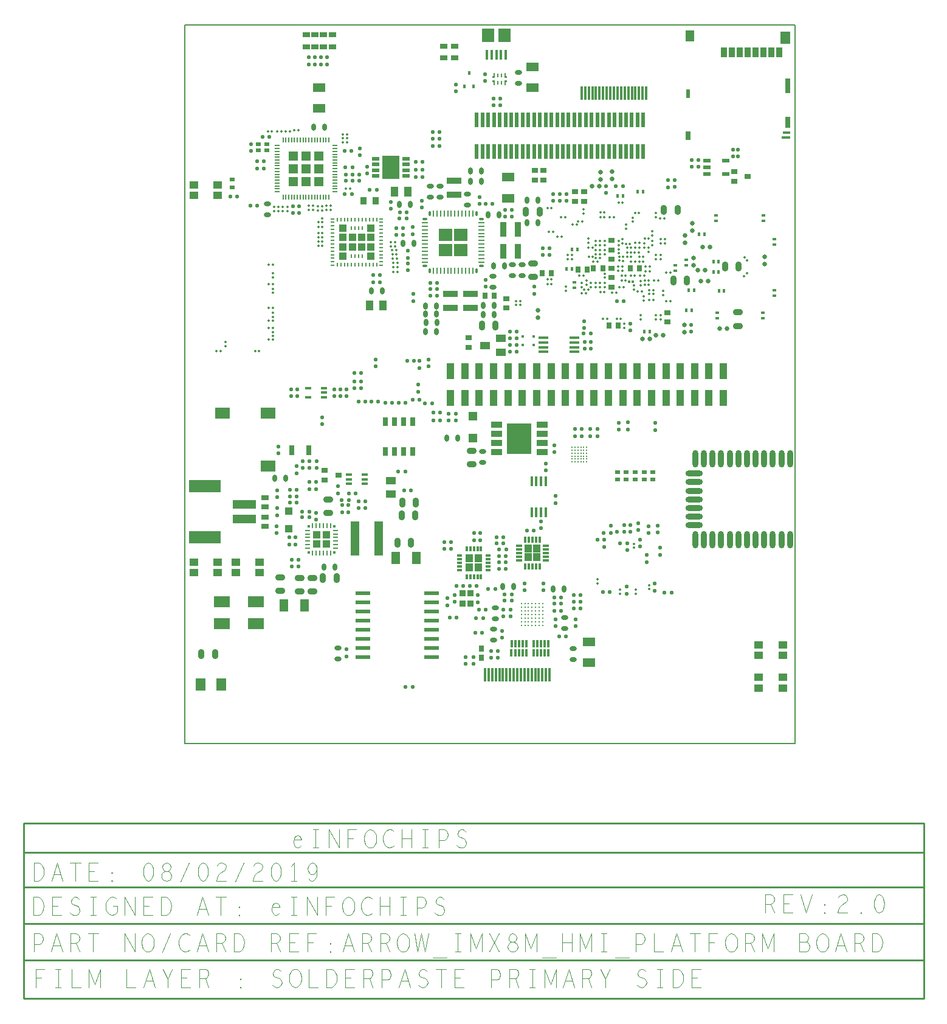
<source format=gbr>
G04 ================== begin FILE IDENTIFICATION RECORD ==================*
G04 Layout Name:  EI_ARROW_IMX8M_HMI_PLATFORM_17_00666_02.brd*
G04 Film Name:    spt.gbr*
G04 File Format:  Gerber RS274X*
G04 File Origin:  Cadence Allegro 17.2-P019*
G04 Origin Date:  Fri Feb 08 17:58:16 2019*
G04 *
G04 Layer:  DRAWING FORMAT/SPT*
G04 Layer:  DRAWING FORMAT/FILM_LABEL_OUTLINE*
G04 Layer:  BOARD GEOMETRY/PASTEMASK_TOP*
G04 Layer:  PACKAGE GEOMETRY/PASTEMASK_TOP*
G04 Layer:  DRAWING FORMAT/FILM_TITLE_BLOCK*
G04 Layer:  PIN/PASTEMASK_TOP*
G04 Layer:  BOARD GEOMETRY/OUTLINE*
G04 *
G04 Offset:    (0.00 0.00)*
G04 Mirror:    No*
G04 Mode:      Positive*
G04 Rotation:  0*
G04 FullContactRelief:  No*
G04 UndefLineWidth:     7.00*
G04 ================== end FILE IDENTIFICATION RECORD ====================*
%FSLAX25Y25*MOIN*%
%IR0*IPPOS*OFA0.00000B0.00000*MIA0B0*SFA1.00000B1.00000*%
%AMMACRO102*
21,1,.014,.001,0.0,0.0,135.*
1,1,.014,.000354,.000354*
1,1,.014,-.000354,-.000354*%
%ADD102MACRO102*%
%ADD56O,.009X.032*%
%ADD57O,.032X.009*%
%ADD14C,.012*%
%ADD76C,.025*%
%ADD105R,.012X.012*%
%ADD73R,.093X.128*%
%ADD69R,.04X.04*%
%ADD28R,.047X.185*%
%ADD38R,.015X.015*%
%AMMACRO61*
4,1,6,-.00787,.00393,
0.0,.00393,
0.0,-.01181,
.00788,-.01181,
.00788,.01181,
-.00787,.01181,
-.00787,.00393,
0.0*
%
%ADD61MACRO61*%
%ADD39R,.0443X.0443*%
%ADD59R,.00787X.02362*%
%ADD51R,.12598X.04724*%
%ADD54R,.03937X.03937*%
%ADD50R,.17717X.06693*%
%AMMACRO62*
4,1,6,.00787,.01181,
-.00001,.01181,
-.00001,-.00393,
-.00788,-.00393,
-.00788,-.01181,
.00787,-.01181,
.00787,.01181,
0.0*
%
%ADD62MACRO62*%
%ADD71R,.02X.01*%
%ADD70R,.01X.02*%
%ADD79O,.011X.033*%
%ADD30O,.024X.02*%
%ADD81O,.033X.011*%
%ADD31O,.02X.024*%
%ADD33O,.04X.024*%
%AMMACRO101*
21,1,.014,.001,0.0,0.0,45.*
1,1,.014,.000354,-.000354*
1,1,.014,-.000354,.000354*%
%ADD101MACRO101*%
%ADD80R,.011X.033*%
%ADD75O,.015X.014*%
%ADD74R,.041X.02*%
%ADD32O,.024X.04*%
%ADD82R,.033X.011*%
%ADD44R,.033X.012*%
%ADD29O,.014X.015*%
%ADD25R,.03X.05*%
%ADD91R,.04X.024*%
%ADD64R,.016X.02*%
%ADD43R,.012X.033*%
%ADD17R,.012X.042*%
%ADD104R,.02X.018*%
%ADD53R,.04X.025*%
%ADD40R,.01X.028*%
%ADD103R,.018X.02*%
%ADD65R,.026X.022*%
%ADD41R,.028X.01*%
%ADD87R,.016X.014*%
%ADD47R,.032X.036*%
%ADD46R,.029X.012*%
%ADD10R,.055X.04*%
%ADD100R,.026X.051*%
%ADD45R,.012X.029*%
%ADD24R,.045X.041*%
%ADD92R,.032X.055*%
%ADD90O,.095X.032*%
%ADD68R,.039X.031*%
%ADD42R,.012X.075*%
%ADD36O,.056X.035*%
%ADD34R,.033X.028*%
%ADD27R,.036X.016*%
%ADD96R,.043X.018*%
%ADD93R,.053X.071*%
%ADD89O,.032X.095*%
%ADD77R,.028X.033*%
%ADD37O,.035X.056*%
%ADD23R,.055X.043*%
%ADD66R,.043X.055*%
%ADD55R,.028X.035*%
%ADD22R,.05X.048*%
%ADD13R,.035X.028*%
%ADD97R,.045X.018*%
%ADD78R,.071X.047*%
%ADD58R,.02X.079*%
%ADD18R,.0174X.042*%
%ADD67R,.034X.039*%
%ADD35R,.047X.071*%
%ADD94R,.026X.084*%
%ADD84R,.079X.032*%
%ADD26R,.057X.071*%
%ADD12R,.018X.057*%
%ADD88C,.008*%
%ADD83R,.032X.079*%
%ADD11R,.057X.018*%
%ADD16R,.079X.024*%
%ADD49R,.05906X.032*%
%ADD19R,.079X.063*%
%ADD15R,.044X.089*%
%AMMACRO63*
4,1,6,.00787,-.00393,
0.0,-.00393,
0.0,.01181,
-.00788,.01181,
-.00788,-.01181,
.00787,-.01181,
.00787,-.00393,
0.0*
%
%ADD63MACRO63*%
%ADD48R,.134X.16929*%
%ADD21R,.087X.059*%
%ADD20R,.0374X.01772*%
%ADD99R,.02362X.04528*%
%ADD85R,.01575X.05315*%
%ADD95R,.026X.06299*%
%ADD72R,.02559X.02165*%
%ADD52R,.02559X.05315*%
%ADD86R,.07087X.0748*%
%AMMACRO60*
4,1,6,-.00787,-.01181,
.00001,-.01181,
.00001,.00393,
.00788,.00393,
.00788,.01181,
-.00787,.01181,
-.00787,-.01181,
0.0*
%
%ADD60MACRO60*%
%ADD98R,.04567X.05906*%
%ADD106C,.01*%
%ADD107C,.004*%
%ADD108C,.007*%
G75*
%LPD*%
G75*
G36*
G01X61931Y305531D02*
Y310531D01*
X56931D01*
Y305531D01*
X61931D01*
G37*
G36*
G01X186397Y100097D02*
Y104297D01*
X190397D01*
Y100097D01*
X186397D01*
G37*
G36*
G01X190802Y100103D02*
Y104303D01*
X194802D01*
Y100103D01*
X190802D01*
G37*
G36*
G01X190804Y104703D02*
Y108903D01*
X194804D01*
Y104703D01*
X190804D01*
G37*
G36*
G01X186397D02*
Y108903D01*
X190397D01*
Y104703D01*
X186397D01*
G37*
G36*
G01X158885Y99473D02*
Y103673D01*
X162885D01*
Y99473D01*
X158885D01*
G37*
G36*
G01X154086Y99467D02*
Y103667D01*
X158086D01*
Y99467D01*
X154086D01*
G37*
G36*
G01X154084Y94473D02*
Y98673D01*
X158084D01*
Y94473D01*
X154084D01*
G37*
G36*
G01X158885D02*
Y98673D01*
X162885D01*
Y94473D01*
X158885D01*
G37*
G36*
G01X68900Y312500D02*
X63900D01*
Y317500D01*
X68900D01*
Y312500D01*
G37*
G36*
G01Y305531D02*
X63900D01*
Y310531D01*
X68900D01*
Y305531D01*
G37*
G36*
G01X75869D02*
X70869D01*
Y310531D01*
X75869D01*
Y305531D01*
G37*
G36*
G01Y312500D02*
X70869D01*
Y317500D01*
X75869D01*
Y312500D01*
G37*
G36*
G01Y319469D02*
X70869D01*
Y324469D01*
X75869D01*
Y319469D01*
G37*
G36*
G01X68900D02*
X63900D01*
Y324469D01*
X68900D01*
Y319469D01*
G37*
G36*
G01X61931D02*
X56931D01*
Y324469D01*
X61931D01*
Y319469D01*
G37*
G36*
G01Y312500D02*
X56931D01*
Y317500D01*
X61931D01*
Y312500D01*
G37*
G36*
G01X139210Y275404D02*
Y282097D01*
X146690D01*
Y275404D01*
X139210D01*
G37*
G36*
G01X147478D02*
Y282097D01*
X154958D01*
Y275404D01*
X147478D01*
G37*
G36*
G01X139210Y267137D02*
Y273830D01*
X146690D01*
Y267137D01*
X139210D01*
G37*
G36*
G01X147478D02*
Y273830D01*
X154958D01*
Y267137D01*
X147478D01*
G37*
G54D100*
X275984Y332902D03*
G54D101*
X306621Y256221D03*
X308179Y257779D03*
G54D102*
X306821Y266279D03*
X308379Y264721D03*
G54D10*
X173414Y214477D03*
X164754Y218217D03*
X173414Y221957D03*
G54D103*
X254776Y225600D03*
X251824D03*
X295746Y248000D03*
X292794D03*
X277876Y237500D03*
X274924D03*
X289794Y258500D03*
X292746D03*
X279376Y248500D03*
X276424D03*
X289794Y264000D03*
X292746D03*
X209424Y260000D03*
X212376D03*
X215376Y270850D03*
X212424D03*
X284876Y279100D03*
X281924D03*
X248424Y302500D03*
X251376D03*
X240376Y300000D03*
X237424D03*
G54D20*
X76354Y189692D03*
Y192251D03*
Y194810D03*
X67692D03*
Y189692D03*
G54D11*
X196651Y217203D03*
Y214644D03*
Y222322D03*
Y219763D03*
X213581Y214644D03*
Y217203D03*
Y219763D03*
Y222322D03*
G54D104*
X316900Y235976D03*
Y233024D03*
X291900Y235976D03*
Y233024D03*
X323400Y248476D03*
Y245524D03*
X213700Y249724D03*
Y252676D03*
X274900Y265076D03*
Y262124D03*
X268900Y261976D03*
Y259024D03*
X323400Y273524D03*
Y276476D03*
X317400Y286524D03*
Y289476D03*
X291400Y286524D03*
Y289476D03*
G54D21*
X38894Y77676D03*
Y65864D03*
X20390D03*
Y77676D03*
G54D12*
X197869Y143584D03*
X195310D03*
X192750D03*
X190191D03*
Y126654D03*
X192750D03*
X195310D03*
X197869D03*
G54D30*
X61749Y194219D03*
Y190451D03*
X148763Y180894D03*
Y177126D03*
X128763Y209594D03*
Y205826D03*
X86300Y126816D03*
Y130584D03*
X82069Y194171D03*
Y190403D03*
X85389D03*
Y194171D03*
X58123D03*
Y190403D03*
X144763Y180894D03*
Y177126D03*
X68300Y139516D03*
Y143284D03*
X84083Y137203D03*
Y140971D03*
X72037Y122729D03*
Y126497D03*
X104554Y210359D03*
Y206591D03*
X171500Y50784D03*
Y47016D03*
X168055D03*
Y50784D03*
X57400Y112984D03*
Y109216D03*
X61285Y151984D03*
Y148216D03*
X75300Y178884D03*
Y175116D03*
X197901Y153484D03*
Y149716D03*
X195299Y118116D03*
Y121884D03*
X133663Y206626D03*
Y210394D03*
X88557Y51579D03*
Y47811D03*
X143803Y75821D03*
Y79589D03*
X127854Y196569D03*
Y192801D03*
X158300Y47384D03*
Y43616D03*
X174000Y61884D03*
Y58116D03*
X174700Y69616D03*
Y73384D03*
X178700Y69616D03*
Y73384D03*
X88751Y194197D03*
Y190429D03*
X181983Y214700D03*
X178384Y214733D03*
X89700Y130584D03*
Y126816D03*
X71800Y143284D03*
Y139516D03*
X60551Y109216D03*
Y112984D03*
X160700Y77516D03*
Y81284D03*
X147957Y81379D03*
Y77611D03*
X161969Y111551D03*
Y115319D03*
X158509Y111551D03*
Y115319D03*
X186200Y87884D03*
Y84116D03*
X153800Y43616D03*
Y47384D03*
X196500Y87784D03*
Y84016D03*
X50400Y119084D03*
Y115316D03*
X50500Y134916D03*
Y138684D03*
Y128984D03*
Y125216D03*
X51159Y159016D03*
Y162784D03*
X64641Y154784D03*
Y151016D03*
X68363D03*
Y154784D03*
X72263Y151016D03*
Y154784D03*
X100075Y312245D03*
Y316013D03*
X78100Y375984D03*
Y372216D03*
X74700Y375984D03*
Y372216D03*
X71300Y375984D03*
Y372216D03*
X67897Y375997D03*
Y372229D03*
X178417Y221932D03*
Y225700D03*
X182017D03*
Y221932D03*
X96000Y326184D03*
Y322416D03*
X148683Y357403D03*
Y361171D03*
X169284Y353438D03*
Y349670D03*
X172844Y353438D03*
Y349670D03*
X125084Y279233D03*
Y283001D03*
X125200Y242516D03*
Y246284D03*
X164816Y250399D03*
Y254167D03*
X122300Y263084D03*
Y259316D03*
X122400Y266216D03*
Y269984D03*
X164671Y366684D03*
Y362916D03*
X62589Y290761D03*
Y294529D03*
X59189Y290761D03*
Y294529D03*
X36200Y328484D03*
Y324716D03*
X181983Y218468D03*
X178384Y218501D03*
X129800Y293716D03*
Y297484D03*
X161584Y295733D03*
Y299501D03*
X112951Y293116D03*
Y296884D03*
X191600Y250284D03*
Y246516D03*
X243004Y172171D03*
Y175939D03*
X258055Y175585D03*
Y171817D03*
X230091Y111649D03*
Y107881D03*
X233500Y115516D03*
Y119284D03*
X242500Y109784D03*
Y106016D03*
X249500Y107916D03*
Y111684D03*
X240900Y119684D03*
Y115916D03*
X248600Y116916D03*
Y120684D03*
X253251Y103249D03*
Y99481D03*
X202597Y163397D03*
Y159629D03*
X219216Y216333D03*
X222716D03*
X238004Y171971D03*
Y175739D03*
X244409Y115951D03*
Y119719D03*
X203400Y68084D03*
Y64316D03*
X203250Y131886D03*
Y135654D03*
X242117Y82216D03*
Y85984D03*
X257617Y83816D03*
Y87584D03*
X260541Y107313D03*
Y103545D03*
X254167Y115356D03*
Y119124D03*
X259133Y119344D03*
Y115576D03*
X214200Y68184D03*
Y64416D03*
X219216Y220101D03*
X219091Y231549D03*
Y227781D03*
X222716Y220101D03*
X268655Y308684D03*
Y304916D03*
X264845Y304816D03*
Y308584D03*
X244355Y226416D03*
Y230184D03*
X230845Y301716D03*
Y305484D03*
X303384Y325501D03*
Y321733D03*
X281617Y316132D03*
Y319900D03*
X300584Y321733D03*
Y325501D03*
X278083Y319868D03*
Y316100D03*
X277749Y229484D03*
Y225716D03*
G54D105*
X243449Y253100D03*
X245551D03*
G54D106*
G01X-88521Y-43540D02*
Y-139740D01*
G01D02*
X386979D01*
G01X-88521Y-118740D02*
X405279D01*
G01X-88521Y-98740D02*
X405279D01*
G01X-88521Y-78740D02*
X405279D01*
G01X-88521Y-59540D02*
X405279D01*
G01X-88521Y-43540D02*
X386979D01*
G01X386179Y-139740D02*
X405279D01*
Y-43540D01*
X385879D01*
G54D13*
X84127Y147041D03*
X76647Y144482D03*
Y149600D03*
X308723Y310684D03*
X301243Y308125D03*
Y313243D03*
G54D22*
X158065Y167355D03*
Y179555D03*
G54D40*
X70021Y104339D03*
X71991D03*
X73961D03*
X75941D03*
X77911D03*
X79881D03*
Y119539D03*
X77911D03*
X75941D03*
X73961D03*
X71991D03*
X70021D03*
G54D31*
X136166Y177147D03*
X139934D03*
X102314Y187461D03*
X106082D03*
X128560Y188473D03*
X124792D03*
X170184Y84900D03*
X166416D03*
X64381Y123949D03*
X68149D03*
X164884Y73500D03*
X161116D03*
X136114Y181361D03*
X139882D03*
X120849Y148909D03*
X117081D03*
X62249Y100709D03*
X58481D03*
X121806Y209863D03*
X125574D03*
X96652Y198407D03*
X92884D03*
X96652Y194587D03*
X92884D03*
X148916Y86500D03*
X152684D03*
X156216D03*
X159984D03*
X172316Y95649D03*
X176084D03*
X172316Y99249D03*
X176084D03*
X172316Y102849D03*
X176084D03*
X172416Y106449D03*
X176184D03*
X170803Y109837D03*
X174571D03*
X142321Y106857D03*
X146089D03*
X142321Y110297D03*
X146089D03*
X64416Y127171D03*
X68184D03*
X98884Y132811D03*
X95116D03*
X86016Y133500D03*
X89784D03*
X135442Y186463D03*
X131674D03*
X96542Y203003D03*
X92774D03*
X121016Y31100D03*
X124784D03*
X93684Y137200D03*
X89916D03*
X95184Y187447D03*
X98952D03*
X121069Y186586D03*
X117301D03*
X109931Y186634D03*
X113699D03*
X179184Y81800D03*
X175416D03*
X179184Y78400D03*
X175416D03*
X62213Y97149D03*
X58445D03*
X120187Y138751D03*
X123955D03*
X191284Y116800D03*
X187516D03*
X170816Y113200D03*
X174584D03*
X98884Y129211D03*
X95116D03*
X145303Y69037D03*
X149071D03*
X159216Y60800D03*
X162984D03*
X159716Y68800D03*
X163484D03*
X57616Y135537D03*
X61384D03*
X57616Y139200D03*
X61384D03*
X57616Y132037D03*
X61384D03*
X126587Y314275D03*
X130355D03*
X126587Y310275D03*
X130355D03*
X91784Y315600D03*
X88016D03*
X28684Y299800D03*
X24916D03*
X91916Y311900D03*
X95684D03*
X91916Y308500D03*
X95684D03*
X88116Y311900D03*
X91884D03*
X88116Y308500D03*
X91884D03*
X87516Y324700D03*
X91284D03*
X39616Y319137D03*
X43384D03*
X39616Y315137D03*
X43384D03*
X175511Y292267D03*
X179279D03*
X138384Y245500D03*
X134616D03*
Y252300D03*
X138384D03*
X135816Y334945D03*
X139584D03*
X135816Y331245D03*
X139584D03*
X126661Y318625D03*
X130429D03*
X46284Y332500D03*
X42516D03*
X103301Y256691D03*
X107069D03*
X117751Y287691D03*
X121519D03*
X105179Y303547D03*
X101411D03*
X115816Y278600D03*
X119584D03*
X115821Y282413D03*
X119589D03*
X103301Y252677D03*
X107069D03*
X117803Y291117D03*
X121571D03*
X168701Y295716D03*
X164933D03*
X175551Y288751D03*
X179319D03*
X138384Y249000D03*
X134616D03*
X199884Y271451D03*
X196116D03*
X199884Y267851D03*
X196116D03*
X135816Y327345D03*
X139584D03*
X87761Y300930D03*
X91529D03*
X35816Y294600D03*
X39584D03*
X226184Y172500D03*
X222416D03*
X213216Y77900D03*
X216984D03*
X240849Y115909D03*
X237081D03*
X226316Y111600D03*
X230084D03*
X229681Y115509D03*
X233449D03*
X238716Y109800D03*
X242484D03*
X213216Y74100D03*
X216984D03*
X205211Y58670D03*
X208979D03*
X222416Y168500D03*
X226184D03*
X216984Y81400D03*
X213216D03*
X213916Y172500D03*
X217684D03*
X213916Y168500D03*
X217684D03*
X202516Y80200D03*
X206284D03*
X202516Y76700D03*
X206284D03*
X202516Y72900D03*
X206284D03*
X263016Y82600D03*
X266784D03*
X229267Y83041D03*
X233035D03*
X205616Y297400D03*
X209384D03*
X205616Y301100D03*
X209384D03*
X205584D03*
X201816D03*
X205584Y297400D03*
X201816D03*
X236416Y305545D03*
X240184D03*
X236816Y242545D03*
X240584D03*
X218699Y224884D03*
X222467D03*
G54D107*
G01X-81892Y-133450D02*
Y-123450D01*
X-77142D01*
G01X-78892Y-128283D02*
X-81892D01*
G01X-71017Y-123450D02*
X-68017D01*
G01X-69517D02*
Y-133450D01*
G01X-71017D02*
X-68017D01*
G01X-62017Y-123450D02*
Y-133450D01*
X-57017D01*
G01X-52767D02*
Y-123450D01*
X-49517Y-131783D01*
X-46267Y-123450D01*
Y-133450D01*
G01X-32017Y-123450D02*
Y-133450D01*
X-27017D01*
G01X-22642D02*
X-19517Y-123450D01*
X-16392Y-133450D01*
G01X-17517Y-129950D02*
X-21517D01*
G01X-9517Y-133450D02*
Y-128950D01*
X-12017Y-123450D01*
G01X-7017D02*
X-9517Y-128950D01*
G01X2983Y-133450D02*
X-2017D01*
Y-123450D01*
X2983D01*
G01X983Y-128283D02*
X-2017D01*
G01X7983Y-133450D02*
Y-123450D01*
X11108D01*
X12108Y-123950D01*
X12733Y-124617D01*
X12983Y-125950D01*
X12733Y-127283D01*
X11983Y-128117D01*
X11108Y-128617D01*
X7983D01*
G01X11108D02*
X12983Y-133450D01*
G01X30483Y-133783D02*
X30233Y-133617D01*
Y-133283D01*
X30483Y-133117D01*
X30733Y-133283D01*
Y-133617D01*
X30483Y-133783D01*
G01Y-129284D02*
X30233Y-129117D01*
Y-128783D01*
X30483Y-128617D01*
X30733Y-128783D01*
Y-129117D01*
X30483Y-129284D01*
G01X47858Y-132117D02*
X48858Y-132950D01*
X49983Y-133450D01*
X50983D01*
X51983Y-132950D01*
X52733Y-132117D01*
X53108Y-130950D01*
X52858Y-129784D01*
X52233Y-128783D01*
X51108Y-128117D01*
X49608Y-127783D01*
X48733Y-127117D01*
X48358Y-125950D01*
X48608Y-124783D01*
X49233Y-123950D01*
X50108Y-123450D01*
X50983D01*
X51858Y-123783D01*
X52608Y-124617D01*
G01X60483Y-133450D02*
X59483Y-133283D01*
X58608Y-132617D01*
X57858Y-131617D01*
X57358Y-130450D01*
X57108Y-129117D01*
Y-127783D01*
X57358Y-126450D01*
X57858Y-125283D01*
X58608Y-124283D01*
X59483Y-123617D01*
X60483Y-123450D01*
X61483Y-123617D01*
X62358Y-124283D01*
X63108Y-125283D01*
X63608Y-126450D01*
X63858Y-127783D01*
Y-129117D01*
X63608Y-130450D01*
X63108Y-131617D01*
X62358Y-132617D01*
X61483Y-133283D01*
X60483Y-133450D01*
G01X67983Y-123450D02*
Y-133450D01*
X72983D01*
G01X77733D02*
Y-123450D01*
X80233D01*
X81233Y-123950D01*
X81983Y-124617D01*
X82608Y-125617D01*
X83108Y-126784D01*
X83233Y-128450D01*
X83108Y-130117D01*
X82608Y-131283D01*
X81983Y-132284D01*
X81233Y-132950D01*
X80233Y-133450D01*
X77733D01*
G01X92983D02*
X87983D01*
Y-123450D01*
X92983D01*
G01X90983Y-128283D02*
X87983D01*
G01X97983Y-133450D02*
Y-123450D01*
X101108D01*
X102108Y-123950D01*
X102733Y-124617D01*
X102983Y-125950D01*
X102733Y-127283D01*
X101983Y-128117D01*
X101108Y-128617D01*
X97983D01*
G01X101108D02*
X102983Y-133450D01*
G01X107983D02*
Y-123450D01*
X110983D01*
X111983Y-123950D01*
X112733Y-125117D01*
X112983Y-126450D01*
X112733Y-127783D01*
X112108Y-128783D01*
X110983Y-129284D01*
X107983D01*
G01X117358Y-133450D02*
X120483Y-123450D01*
X123608Y-133450D01*
G01X122483Y-129950D02*
X118483D01*
G01X127858Y-132117D02*
X128858Y-132950D01*
X129983Y-133450D01*
X130983D01*
X131983Y-132950D01*
X132733Y-132117D01*
X133108Y-130950D01*
X132858Y-129784D01*
X132233Y-128783D01*
X131108Y-128117D01*
X129608Y-127783D01*
X128733Y-127117D01*
X128358Y-125950D01*
X128608Y-124783D01*
X129233Y-123950D01*
X130108Y-123450D01*
X130983D01*
X131858Y-123783D01*
X132608Y-124617D01*
G01X140483Y-123450D02*
Y-133450D01*
G01X137608Y-123450D02*
X143358D01*
G01X152983Y-133450D02*
X147983D01*
Y-123450D01*
X152983D01*
G01X150983Y-128283D02*
X147983D01*
G01X167983Y-133450D02*
Y-123450D01*
X170983D01*
X171983Y-123950D01*
X172733Y-125117D01*
X172983Y-126450D01*
X172733Y-127783D01*
X172108Y-128783D01*
X170983Y-129284D01*
X167983D01*
G01X177983Y-133450D02*
Y-123450D01*
X181108D01*
X182108Y-123950D01*
X182733Y-124617D01*
X182983Y-125950D01*
X182733Y-127283D01*
X181983Y-128117D01*
X181108Y-128617D01*
X177983D01*
G01X181108D02*
X182983Y-133450D01*
G01X188983Y-123450D02*
X191983D01*
G01X190483D02*
Y-133450D01*
G01X188983D02*
X191983D01*
G01X197233D02*
Y-123450D01*
X200483Y-131783D01*
X203733Y-123450D01*
Y-133450D01*
G01X207358D02*
X210483Y-123450D01*
X213608Y-133450D01*
G01X212483Y-129950D02*
X208483D01*
G01X217983Y-133450D02*
Y-123450D01*
X221108D01*
X222108Y-123950D01*
X222733Y-124617D01*
X222983Y-125950D01*
X222733Y-127283D01*
X221983Y-128117D01*
X221108Y-128617D01*
X217983D01*
G01X221108D02*
X222983Y-133450D01*
G01X230483D02*
Y-128950D01*
X227983Y-123450D01*
G01X232983D02*
X230483Y-128950D01*
G01X247858Y-132117D02*
X248858Y-132950D01*
X249983Y-133450D01*
X250983D01*
X251983Y-132950D01*
X252733Y-132117D01*
X253108Y-130950D01*
X252858Y-129784D01*
X252233Y-128783D01*
X251108Y-128117D01*
X249608Y-127783D01*
X248733Y-127117D01*
X248358Y-125950D01*
X248608Y-124783D01*
X249233Y-123950D01*
X250108Y-123450D01*
X250983D01*
X251858Y-123783D01*
X252608Y-124617D01*
G01X258983Y-123450D02*
X261983D01*
G01X260483D02*
Y-133450D01*
G01X258983D02*
X261983D01*
G01X267733D02*
Y-123450D01*
X270233D01*
X271233Y-123950D01*
X271983Y-124617D01*
X272608Y-125617D01*
X273108Y-126784D01*
X273233Y-128450D01*
X273108Y-130117D01*
X272608Y-131283D01*
X271983Y-132284D01*
X271233Y-132950D01*
X270233Y-133450D01*
X267733D01*
G01X282983D02*
X277983D01*
Y-123450D01*
X282983D01*
G01X280983Y-128283D02*
X277983D01*
G01X-82771Y-114040D02*
Y-104040D01*
X-79771D01*
X-78771Y-104540D01*
X-78021Y-105707D01*
X-77771Y-107040D01*
X-78021Y-108373D01*
X-78646Y-109373D01*
X-79771Y-109874D01*
X-82771D01*
G01X-73396Y-114040D02*
X-70271Y-104040D01*
X-67146Y-114040D01*
G01X-68271Y-110540D02*
X-72271D01*
G01X-62771Y-114040D02*
Y-104040D01*
X-59646D01*
X-58646Y-104540D01*
X-58021Y-105207D01*
X-57771Y-106540D01*
X-58021Y-107873D01*
X-58771Y-108707D01*
X-59646Y-109207D01*
X-62771D01*
G01X-59646D02*
X-57771Y-114040D01*
G01X-50271Y-104040D02*
Y-114040D01*
G01X-53146Y-104040D02*
X-47396D01*
G01X-33146Y-114040D02*
Y-104040D01*
X-27396Y-114040D01*
Y-104040D01*
G01X-20271Y-114040D02*
X-21271Y-113873D01*
X-22146Y-113207D01*
X-22896Y-112207D01*
X-23396Y-111040D01*
X-23646Y-109707D01*
Y-108373D01*
X-23396Y-107040D01*
X-22896Y-105873D01*
X-22146Y-104873D01*
X-21271Y-104207D01*
X-20271Y-104040D01*
X-19271Y-104207D01*
X-18396Y-104873D01*
X-17646Y-105873D01*
X-17146Y-107040D01*
X-16896Y-108373D01*
Y-109707D01*
X-17146Y-111040D01*
X-17646Y-112207D01*
X-18396Y-113207D01*
X-19271Y-113873D01*
X-20271Y-114040D01*
G01X-12521Y-114373D02*
X-8021Y-104040D01*
G01X2479Y-104873D02*
X1729Y-104373D01*
X854Y-104040D01*
X-146D01*
X-1271Y-104540D01*
X-2146Y-105373D01*
X-2771Y-106373D01*
X-3271Y-108040D01*
X-3396Y-109540D01*
X-3146Y-111040D01*
X-2771Y-112040D01*
X-2021Y-113040D01*
X-1146Y-113707D01*
X-271Y-114040D01*
X604D01*
X1479Y-113707D01*
X2229Y-113207D01*
X2854Y-112540D01*
G01X6604Y-114040D02*
X9729Y-104040D01*
X12854Y-114040D01*
G01X11729Y-110540D02*
X7729D01*
G01X17229Y-114040D02*
Y-104040D01*
X20354D01*
X21354Y-104540D01*
X21979Y-105207D01*
X22229Y-106540D01*
X21979Y-107873D01*
X21229Y-108707D01*
X20354Y-109207D01*
X17229D01*
G01X20354D02*
X22229Y-114040D01*
G01X26979D02*
Y-104040D01*
X29479D01*
X30479Y-104540D01*
X31229Y-105207D01*
X31854Y-106207D01*
X32354Y-107374D01*
X32479Y-109040D01*
X32354Y-110707D01*
X31854Y-111873D01*
X31229Y-112874D01*
X30479Y-113540D01*
X29479Y-114040D01*
X26979D01*
G01X47229D02*
Y-104040D01*
X50354D01*
X51354Y-104540D01*
X51979Y-105207D01*
X52229Y-106540D01*
X51979Y-107873D01*
X51229Y-108707D01*
X50354Y-109207D01*
X47229D01*
G01X50354D02*
X52229Y-114040D01*
G01X62229D02*
X57229D01*
Y-104040D01*
X62229D01*
G01X60229Y-108873D02*
X57229D01*
G01X67354Y-114040D02*
Y-104040D01*
X72104D01*
G01X70354Y-108873D02*
X67354D01*
G01X79729Y-114373D02*
X79479Y-114207D01*
Y-113873D01*
X79729Y-113707D01*
X79979Y-113873D01*
Y-114207D01*
X79729Y-114373D01*
G01Y-109874D02*
X79479Y-109707D01*
Y-109373D01*
X79729Y-109207D01*
X79979Y-109373D01*
Y-109707D01*
X79729Y-109874D01*
G01X86604Y-114040D02*
X89729Y-104040D01*
X92854Y-114040D01*
G01X91729Y-110540D02*
X87729D01*
G01X97229Y-114040D02*
Y-104040D01*
X100354D01*
X101354Y-104540D01*
X101979Y-105207D01*
X102229Y-106540D01*
X101979Y-107873D01*
X101229Y-108707D01*
X100354Y-109207D01*
X97229D01*
G01X100354D02*
X102229Y-114040D01*
G01X107229D02*
Y-104040D01*
X110354D01*
X111354Y-104540D01*
X111979Y-105207D01*
X112229Y-106540D01*
X111979Y-107873D01*
X111229Y-108707D01*
X110354Y-109207D01*
X107229D01*
G01X110354D02*
X112229Y-114040D01*
G01X119729D02*
X118729Y-113873D01*
X117854Y-113207D01*
X117104Y-112207D01*
X116604Y-111040D01*
X116354Y-109707D01*
Y-108373D01*
X116604Y-107040D01*
X117104Y-105873D01*
X117854Y-104873D01*
X118729Y-104207D01*
X119729Y-104040D01*
X120729Y-104207D01*
X121604Y-104873D01*
X122354Y-105873D01*
X122854Y-107040D01*
X123104Y-108373D01*
Y-109707D01*
X122854Y-111040D01*
X122354Y-112207D01*
X121604Y-113207D01*
X120729Y-113873D01*
X119729Y-114040D01*
G01X125979Y-104040D02*
X127729Y-114040D01*
X129729Y-104040D01*
X131729Y-114040D01*
X133479Y-104040D01*
G01X135979Y-117373D02*
X143479D01*
G01X148229Y-104040D02*
X151229D01*
G01X149729D02*
Y-114040D01*
G01X148229D02*
X151229D01*
G01X156479D02*
Y-104040D01*
X159729Y-112373D01*
X162979Y-104040D01*
Y-114040D01*
G01X167104D02*
X172354Y-104040D01*
G01X167104D02*
X172354Y-114040D01*
G01X179729D02*
X180604Y-113873D01*
X181604Y-113373D01*
X182229Y-112540D01*
X182479Y-111373D01*
X182229Y-110207D01*
X181479Y-109207D01*
X180354Y-108707D01*
X179104D01*
X178354Y-108373D01*
X177729Y-107540D01*
X177479Y-106373D01*
X177854Y-105207D01*
X178729Y-104373D01*
X179729Y-104040D01*
X180729Y-104373D01*
X181604Y-105207D01*
X181979Y-106373D01*
X181729Y-107540D01*
X181104Y-108373D01*
X180354Y-108707D01*
X179104D01*
X177979Y-109207D01*
X177229Y-110207D01*
X176979Y-111373D01*
X177229Y-112540D01*
X177854Y-113373D01*
X178854Y-113873D01*
X179729Y-114040D01*
G01X186479D02*
Y-104040D01*
X189729Y-112373D01*
X192979Y-104040D01*
Y-114040D01*
G01X195979Y-117373D02*
X203479D01*
G01X207104Y-114040D02*
Y-104040D01*
G01X212354D02*
Y-114040D01*
G01Y-109040D02*
X207104D01*
G01X216479Y-114040D02*
Y-104040D01*
X219729Y-112373D01*
X222979Y-104040D01*
Y-114040D01*
G01X228229Y-104040D02*
X231229D01*
G01X229729D02*
Y-114040D01*
G01X228229D02*
X231229D01*
G01X235979Y-117373D02*
X243479D01*
G01X247229Y-114040D02*
Y-104040D01*
X250229D01*
X251229Y-104540D01*
X251979Y-105707D01*
X252229Y-107040D01*
X251979Y-108373D01*
X251354Y-109373D01*
X250229Y-109874D01*
X247229D01*
G01X257229Y-104040D02*
Y-114040D01*
X262229D01*
G01X266604D02*
X269729Y-104040D01*
X272854Y-114040D01*
G01X271729Y-110540D02*
X267729D01*
G01X279729Y-104040D02*
Y-114040D01*
G01X276854Y-104040D02*
X282604D01*
G01X287354Y-114040D02*
Y-104040D01*
X292104D01*
G01X290354Y-108873D02*
X287354D01*
G01X299729Y-114040D02*
X298729Y-113873D01*
X297854Y-113207D01*
X297104Y-112207D01*
X296604Y-111040D01*
X296354Y-109707D01*
Y-108373D01*
X296604Y-107040D01*
X297104Y-105873D01*
X297854Y-104873D01*
X298729Y-104207D01*
X299729Y-104040D01*
X300729Y-104207D01*
X301604Y-104873D01*
X302354Y-105873D01*
X302854Y-107040D01*
X303104Y-108373D01*
Y-109707D01*
X302854Y-111040D01*
X302354Y-112207D01*
X301604Y-113207D01*
X300729Y-113873D01*
X299729Y-114040D01*
G01X307229D02*
Y-104040D01*
X310354D01*
X311354Y-104540D01*
X311979Y-105207D01*
X312229Y-106540D01*
X311979Y-107873D01*
X311229Y-108707D01*
X310354Y-109207D01*
X307229D01*
G01X310354D02*
X312229Y-114040D01*
G01X316479D02*
Y-104040D01*
X319729Y-112373D01*
X322979Y-104040D01*
Y-114040D01*
G01X340729Y-108707D02*
X341229Y-108207D01*
X341604Y-107374D01*
X341854Y-106207D01*
X341604Y-105207D01*
X341104Y-104540D01*
X340229Y-104040D01*
X336854D01*
Y-114040D01*
X340979D01*
X341854Y-113373D01*
X342354Y-112373D01*
X342604Y-111207D01*
X342354Y-110040D01*
X341604Y-109040D01*
X340729Y-108707D01*
X336854D01*
G01X349729Y-114040D02*
X348729Y-113873D01*
X347854Y-113207D01*
X347104Y-112207D01*
X346604Y-111040D01*
X346354Y-109707D01*
Y-108373D01*
X346604Y-107040D01*
X347104Y-105873D01*
X347854Y-104873D01*
X348729Y-104207D01*
X349729Y-104040D01*
X350729Y-104207D01*
X351604Y-104873D01*
X352354Y-105873D01*
X352854Y-107040D01*
X353104Y-108373D01*
Y-109707D01*
X352854Y-111040D01*
X352354Y-112207D01*
X351604Y-113207D01*
X350729Y-113873D01*
X349729Y-114040D01*
G01X356604D02*
X359729Y-104040D01*
X362854Y-114040D01*
G01X361729Y-110540D02*
X357729D01*
G01X367229Y-114040D02*
Y-104040D01*
X370354D01*
X371354Y-104540D01*
X371979Y-105207D01*
X372229Y-106540D01*
X371979Y-107873D01*
X371229Y-108707D01*
X370354Y-109207D01*
X367229D01*
G01X370354D02*
X372229Y-114040D01*
G01X376979D02*
Y-104040D01*
X379479D01*
X380479Y-104540D01*
X381229Y-105207D01*
X381854Y-106207D01*
X382354Y-107374D01*
X382479Y-109040D01*
X382354Y-110707D01*
X381854Y-111873D01*
X381229Y-112874D01*
X380479Y-113540D01*
X379479Y-114040D01*
X376979D01*
G01X-83021Y-94040D02*
Y-84040D01*
X-80521D01*
X-79521Y-84540D01*
X-78771Y-85207D01*
X-78146Y-86207D01*
X-77646Y-87374D01*
X-77521Y-89040D01*
X-77646Y-90707D01*
X-78146Y-91873D01*
X-78771Y-92874D01*
X-79521Y-93540D01*
X-80521Y-94040D01*
X-83021D01*
G01X-67771D02*
X-72771D01*
Y-84040D01*
X-67771D01*
G01X-69771Y-88873D02*
X-72771D01*
G01X-62896Y-92707D02*
X-61896Y-93540D01*
X-60771Y-94040D01*
X-59771D01*
X-58771Y-93540D01*
X-58021Y-92707D01*
X-57646Y-91540D01*
X-57896Y-90374D01*
X-58521Y-89373D01*
X-59646Y-88707D01*
X-61146Y-88373D01*
X-62021Y-87707D01*
X-62396Y-86540D01*
X-62146Y-85373D01*
X-61521Y-84540D01*
X-60646Y-84040D01*
X-59771D01*
X-58896Y-84373D01*
X-58146Y-85207D01*
G01X-51771Y-84040D02*
X-48771D01*
G01X-50271D02*
Y-94040D01*
G01X-51771D02*
X-48771D01*
G01X-39521Y-89040D02*
X-37021D01*
Y-92040D01*
X-37771Y-93040D01*
X-38646Y-93707D01*
X-39896Y-94040D01*
X-41146Y-93707D01*
X-42021Y-93040D01*
X-42771Y-92040D01*
X-43271Y-90873D01*
X-43521Y-89540D01*
Y-88373D01*
X-43271Y-87374D01*
X-42771Y-86207D01*
X-42021Y-85207D01*
X-41271Y-84540D01*
X-40271Y-84040D01*
X-39396D01*
X-38396Y-84373D01*
X-37646Y-85040D01*
G01X-33146Y-94040D02*
Y-84040D01*
X-27396Y-94040D01*
Y-84040D01*
G01X-17771Y-94040D02*
X-22771D01*
Y-84040D01*
X-17771D01*
G01X-19771Y-88873D02*
X-22771D01*
G01X-13021Y-94040D02*
Y-84040D01*
X-10521D01*
X-9521Y-84540D01*
X-8771Y-85207D01*
X-8146Y-86207D01*
X-7646Y-87374D01*
X-7521Y-89040D01*
X-7646Y-90707D01*
X-8146Y-91873D01*
X-8771Y-92874D01*
X-9521Y-93540D01*
X-10521Y-94040D01*
X-13021D01*
G01X6604D02*
X9729Y-84040D01*
X12854Y-94040D01*
G01X11729Y-90540D02*
X7729D01*
G01X19729Y-84040D02*
Y-94040D01*
G01X16854Y-84040D02*
X22604D01*
G01X29729Y-94373D02*
X29479Y-94207D01*
Y-93873D01*
X29729Y-93707D01*
X29979Y-93873D01*
Y-94207D01*
X29729Y-94373D01*
G01Y-89874D02*
X29479Y-89707D01*
Y-89373D01*
X29729Y-89207D01*
X29979Y-89373D01*
Y-89707D01*
X29729Y-89874D01*
G01X47854Y-89540D02*
X51854D01*
X51479Y-88373D01*
X50854Y-87707D01*
X49979Y-87374D01*
X49104Y-87540D01*
X48354Y-88040D01*
X47854Y-89207D01*
X47604Y-90207D01*
Y-91207D01*
X47854Y-92207D01*
X48479Y-93207D01*
X49229Y-93873D01*
X50104Y-94040D01*
X50979Y-93707D01*
X51854Y-92707D01*
G01X58229Y-84040D02*
X61229D01*
G01X59729D02*
Y-94040D01*
G01X58229D02*
X61229D01*
G01X66854D02*
Y-84040D01*
X72604Y-94040D01*
Y-84040D01*
G01X77354Y-94040D02*
Y-84040D01*
X82104D01*
G01X80354Y-88873D02*
X77354D01*
G01X89729Y-94040D02*
X88729Y-93873D01*
X87854Y-93207D01*
X87104Y-92207D01*
X86604Y-91040D01*
X86354Y-89707D01*
Y-88373D01*
X86604Y-87040D01*
X87104Y-85873D01*
X87854Y-84873D01*
X88729Y-84207D01*
X89729Y-84040D01*
X90729Y-84207D01*
X91604Y-84873D01*
X92354Y-85873D01*
X92854Y-87040D01*
X93104Y-88373D01*
Y-89707D01*
X92854Y-91040D01*
X92354Y-92207D01*
X91604Y-93207D01*
X90729Y-93873D01*
X89729Y-94040D01*
G01X102479Y-84873D02*
X101729Y-84373D01*
X100854Y-84040D01*
X99854D01*
X98729Y-84540D01*
X97854Y-85373D01*
X97229Y-86373D01*
X96729Y-88040D01*
X96604Y-89540D01*
X96854Y-91040D01*
X97229Y-92040D01*
X97979Y-93040D01*
X98854Y-93707D01*
X99729Y-94040D01*
X100604D01*
X101479Y-93707D01*
X102229Y-93207D01*
X102854Y-92540D01*
G01X107104Y-94040D02*
Y-84040D01*
G01X112354D02*
Y-94040D01*
G01Y-89040D02*
X107104D01*
G01X118229Y-84040D02*
X121229D01*
G01X119729D02*
Y-94040D01*
G01X118229D02*
X121229D01*
G01X127229D02*
Y-84040D01*
X130229D01*
X131229Y-84540D01*
X131979Y-85707D01*
X132229Y-87040D01*
X131979Y-88373D01*
X131354Y-89373D01*
X130229Y-89874D01*
X127229D01*
G01X137104Y-92707D02*
X138104Y-93540D01*
X139229Y-94040D01*
X140229D01*
X141229Y-93540D01*
X141979Y-92707D01*
X142354Y-91540D01*
X142104Y-90374D01*
X141479Y-89373D01*
X140354Y-88707D01*
X138854Y-88373D01*
X137979Y-87707D01*
X137604Y-86540D01*
X137854Y-85373D01*
X138479Y-84540D01*
X139354Y-84040D01*
X140229D01*
X141104Y-84373D01*
X141854Y-85207D01*
G01X-82850Y-75234D02*
Y-65234D01*
X-80350D01*
X-79350Y-65734D01*
X-78600Y-66401D01*
X-77975Y-67401D01*
X-77475Y-68568D01*
X-77350Y-70234D01*
X-77475Y-71901D01*
X-77975Y-73067D01*
X-78600Y-74068D01*
X-79350Y-74734D01*
X-80350Y-75234D01*
X-82850D01*
G01X-73225D02*
X-70100Y-65234D01*
X-66975Y-75234D01*
G01X-68100Y-71734D02*
X-72100D01*
G01X-60100Y-65234D02*
Y-75234D01*
G01X-62975Y-65234D02*
X-57225D01*
G01X-47600Y-75234D02*
X-52600D01*
Y-65234D01*
X-47600D01*
G01X-49600Y-70067D02*
X-52600D01*
G01X-40100Y-75567D02*
X-40350Y-75401D01*
Y-75067D01*
X-40100Y-74901D01*
X-39850Y-75067D01*
Y-75401D01*
X-40100Y-75567D01*
G01Y-71068D02*
X-40350Y-70901D01*
Y-70567D01*
X-40100Y-70401D01*
X-39850Y-70567D01*
Y-70901D01*
X-40100Y-71068D01*
G01X-20100Y-65234D02*
X-21100Y-65567D01*
X-21850Y-66401D01*
X-22350Y-67401D01*
X-22725Y-68734D01*
X-22850Y-70234D01*
X-22725Y-71734D01*
X-22350Y-73067D01*
X-21850Y-74068D01*
X-21100Y-74901D01*
X-20100Y-75234D01*
X-19100Y-74901D01*
X-18350Y-74068D01*
X-17850Y-73067D01*
X-17475Y-71734D01*
X-17350Y-70234D01*
X-17475Y-68734D01*
X-17850Y-67401D01*
X-18350Y-66401D01*
X-19100Y-65567D01*
X-20100Y-65234D01*
G01X-10100Y-75234D02*
X-9225Y-75067D01*
X-8225Y-74567D01*
X-7600Y-73734D01*
X-7350Y-72567D01*
X-7600Y-71401D01*
X-8350Y-70401D01*
X-9475Y-69901D01*
X-10725D01*
X-11475Y-69567D01*
X-12100Y-68734D01*
X-12350Y-67567D01*
X-11975Y-66401D01*
X-11100Y-65567D01*
X-10100Y-65234D01*
X-9100Y-65567D01*
X-8225Y-66401D01*
X-7850Y-67567D01*
X-8100Y-68734D01*
X-8725Y-69567D01*
X-9475Y-69901D01*
X-10725D01*
X-11850Y-70401D01*
X-12600Y-71401D01*
X-12850Y-72567D01*
X-12600Y-73734D01*
X-11975Y-74567D01*
X-10975Y-75067D01*
X-10100Y-75234D01*
G01X-2350Y-75567D02*
X2150Y-65234D01*
G01X9900D02*
X8900Y-65567D01*
X8150Y-66401D01*
X7650Y-67401D01*
X7275Y-68734D01*
X7150Y-70234D01*
X7275Y-71734D01*
X7650Y-73067D01*
X8150Y-74068D01*
X8900Y-74901D01*
X9900Y-75234D01*
X10900Y-74901D01*
X11650Y-74068D01*
X12150Y-73067D01*
X12525Y-71734D01*
X12650Y-70234D01*
X12525Y-68734D01*
X12150Y-67401D01*
X11650Y-66401D01*
X10900Y-65567D01*
X9900Y-65234D01*
G01X17525Y-66901D02*
X18275Y-65901D01*
X19150Y-65401D01*
X20150Y-65234D01*
X21400Y-65567D01*
X22275Y-66401D01*
X22525Y-67401D01*
X22400Y-68401D01*
X21900Y-69234D01*
X19400Y-70901D01*
X18275Y-72067D01*
X17525Y-73734D01*
X17275Y-75234D01*
X22525D01*
G01X27650Y-75567D02*
X32150Y-65234D01*
G01X37525Y-66901D02*
X38275Y-65901D01*
X39150Y-65401D01*
X40150Y-65234D01*
X41400Y-65567D01*
X42275Y-66401D01*
X42525Y-67401D01*
X42400Y-68401D01*
X41900Y-69234D01*
X39400Y-70901D01*
X38275Y-72067D01*
X37525Y-73734D01*
X37275Y-75234D01*
X42525D01*
G01X49900Y-65234D02*
X48900Y-65567D01*
X48150Y-66401D01*
X47650Y-67401D01*
X47275Y-68734D01*
X47150Y-70234D01*
X47275Y-71734D01*
X47650Y-73067D01*
X48150Y-74068D01*
X48900Y-74901D01*
X49900Y-75234D01*
X50900Y-74901D01*
X51650Y-74068D01*
X52150Y-73067D01*
X52525Y-71734D01*
X52650Y-70234D01*
X52525Y-68734D01*
X52150Y-67401D01*
X51650Y-66401D01*
X50900Y-65567D01*
X49900Y-65234D01*
G01X59900Y-75234D02*
Y-65234D01*
X58400Y-67234D01*
G01Y-75234D02*
X61400D01*
G01X67775Y-74068D02*
X68650Y-74901D01*
X69650Y-75234D01*
X70650Y-74901D01*
X71525Y-73901D01*
X72150Y-72401D01*
X72400Y-70901D01*
Y-69067D01*
X72150Y-67567D01*
X71525Y-66234D01*
X70775Y-65567D01*
X69900Y-65234D01*
X68900Y-65567D01*
X68150Y-66234D01*
X67650Y-67234D01*
X67400Y-68568D01*
X67650Y-69734D01*
X68275Y-70901D01*
X69025Y-71568D01*
X69900Y-71734D01*
X70900Y-71401D01*
X71650Y-70567D01*
X72400Y-69067D01*
G01X59804Y-52540D02*
X63804D01*
X63429Y-51373D01*
X62804Y-50707D01*
X61929Y-50374D01*
X61054Y-50540D01*
X60304Y-51040D01*
X59804Y-52207D01*
X59554Y-53207D01*
Y-54207D01*
X59804Y-55207D01*
X60429Y-56207D01*
X61179Y-56873D01*
X62054Y-57040D01*
X62929Y-56707D01*
X63804Y-55707D01*
G01X70179Y-47040D02*
X73179D01*
G01X71679D02*
Y-57040D01*
G01X70179D02*
X73179D01*
G01X78804D02*
Y-47040D01*
X84554Y-57040D01*
Y-47040D01*
G01X89304Y-57040D02*
Y-47040D01*
X94054D01*
G01X92304Y-51873D02*
X89304D01*
G01X101679Y-57040D02*
X100679Y-56873D01*
X99804Y-56207D01*
X99054Y-55207D01*
X98554Y-54040D01*
X98304Y-52707D01*
Y-51373D01*
X98554Y-50040D01*
X99054Y-48873D01*
X99804Y-47873D01*
X100679Y-47207D01*
X101679Y-47040D01*
X102679Y-47207D01*
X103554Y-47873D01*
X104304Y-48873D01*
X104804Y-50040D01*
X105054Y-51373D01*
Y-52707D01*
X104804Y-54040D01*
X104304Y-55207D01*
X103554Y-56207D01*
X102679Y-56873D01*
X101679Y-57040D01*
G01X114429Y-47873D02*
X113679Y-47373D01*
X112804Y-47040D01*
X111804D01*
X110679Y-47540D01*
X109804Y-48373D01*
X109179Y-49373D01*
X108679Y-51040D01*
X108554Y-52540D01*
X108804Y-54040D01*
X109179Y-55040D01*
X109929Y-56040D01*
X110804Y-56707D01*
X111679Y-57040D01*
X112554D01*
X113429Y-56707D01*
X114179Y-56207D01*
X114804Y-55540D01*
G01X119054Y-57040D02*
Y-47040D01*
G01X124304D02*
Y-57040D01*
G01Y-52040D02*
X119054D01*
G01X130179Y-47040D02*
X133179D01*
G01X131679D02*
Y-57040D01*
G01X130179D02*
X133179D01*
G01X139179D02*
Y-47040D01*
X142179D01*
X143179Y-47540D01*
X143929Y-48707D01*
X144179Y-50040D01*
X143929Y-51373D01*
X143304Y-52373D01*
X142179Y-52874D01*
X139179D01*
G01X149054Y-55707D02*
X150054Y-56540D01*
X151179Y-57040D01*
X152179D01*
X153179Y-56540D01*
X153929Y-55707D01*
X154304Y-54540D01*
X154054Y-53374D01*
X153429Y-52373D01*
X152304Y-51707D01*
X150804Y-51373D01*
X149929Y-50707D01*
X149554Y-49540D01*
X149804Y-48373D01*
X150429Y-47540D01*
X151304Y-47040D01*
X152179D01*
X153054Y-47373D01*
X153804Y-48207D01*
G01X318200Y-92634D02*
Y-82634D01*
X321325D01*
X322325Y-83134D01*
X322950Y-83801D01*
X323200Y-85134D01*
X322950Y-86467D01*
X322200Y-87301D01*
X321325Y-87801D01*
X318200D01*
G01X321325D02*
X323200Y-92634D01*
G01X333200D02*
X328200D01*
Y-82634D01*
X333200D01*
G01X331200Y-87467D02*
X328200D01*
G01X337575Y-82634D02*
X340700Y-92634D01*
X343825Y-82634D01*
G01X350700Y-92967D02*
X350450Y-92801D01*
Y-92467D01*
X350700Y-92301D01*
X350950Y-92467D01*
Y-92801D01*
X350700Y-92967D01*
G01Y-88468D02*
X350450Y-88301D01*
Y-87967D01*
X350700Y-87801D01*
X350950Y-87967D01*
Y-88301D01*
X350700Y-88468D01*
G01X358325Y-84301D02*
X359075Y-83301D01*
X359950Y-82801D01*
X360950Y-82634D01*
X362200Y-82967D01*
X363075Y-83801D01*
X363325Y-84801D01*
X363200Y-85801D01*
X362700Y-86634D01*
X360200Y-88301D01*
X359075Y-89467D01*
X358325Y-91134D01*
X358075Y-92634D01*
X363325D01*
G01X370700Y-92967D02*
X370450Y-92801D01*
Y-92467D01*
X370700Y-92301D01*
X370950Y-92467D01*
Y-92801D01*
X370700Y-92967D01*
G01X380700Y-82634D02*
X379700Y-82967D01*
X378950Y-83801D01*
X378450Y-84801D01*
X378075Y-86134D01*
X377950Y-87634D01*
X378075Y-89134D01*
X378450Y-90467D01*
X378950Y-91468D01*
X379700Y-92301D01*
X380700Y-92634D01*
X381700Y-92301D01*
X382450Y-91468D01*
X382950Y-90467D01*
X383325Y-89134D01*
X383450Y-87634D01*
X383325Y-86134D01*
X382950Y-84801D01*
X382450Y-83801D01*
X381700Y-82967D01*
X380700Y-82634D01*
G54D23*
X112991Y144051D03*
Y136751D03*
G54D41*
X82551Y107009D03*
Y108979D03*
Y110949D03*
Y112929D03*
Y114899D03*
Y116869D03*
X67351D03*
Y114899D03*
Y112929D03*
Y110949D03*
Y108979D03*
Y107009D03*
G54D32*
X180400Y86200D03*
X174400D03*
X82244Y96748D03*
X76244D03*
X143484Y167353D03*
X149484D03*
X49400Y145400D03*
X55400D03*
X102237Y248037D03*
X108237D03*
X117587Y295337D03*
X123587D03*
X163584Y240117D03*
X169584D03*
X138117Y230716D03*
X132117D03*
X138100Y235400D03*
X132100D03*
X187700Y297600D03*
X193700D03*
X138100Y239900D03*
X132100D03*
X138100Y225900D03*
X132100D03*
X163600Y235000D03*
X169600D03*
X187700Y285300D03*
X193700D03*
X156584Y308117D03*
X162584D03*
X156584Y313617D03*
X162584D03*
X119600Y274000D03*
X125600D03*
X166217Y289616D03*
X172217D03*
X169183Y261784D03*
X175183D03*
X76500Y337800D03*
X70500D03*
X201800Y84600D03*
X207800D03*
G54D50*
X10900Y113024D03*
Y140976D03*
G54D14*
X184494Y76706D03*
X186463D03*
X188431D03*
X190400D03*
X192369D03*
X194337D03*
X196306D03*
X184494Y74737D03*
X186463D03*
X188431D03*
X190400D03*
X192369D03*
X194337D03*
X196306D03*
X184494Y72769D03*
X186463D03*
X188431D03*
X190400D03*
X192369D03*
X194337D03*
X196306D03*
X184494Y70800D03*
X186463D03*
X188431D03*
X190400D03*
X192369D03*
X194337D03*
X196306D03*
X184494Y68831D03*
X186463D03*
X188431D03*
X190400D03*
X192369D03*
X194337D03*
X196306D03*
X184494Y66863D03*
X186463D03*
X188431D03*
X190400D03*
X192369D03*
X194337D03*
X196306D03*
X184494Y64894D03*
X186463D03*
X188431D03*
X190400D03*
X192369D03*
X194337D03*
X196306D03*
G54D108*
G01X0Y0D02*
Y393701D01*
X334646D01*
Y0D01*
X0D01*
G54D60*
X175909Y362132D03*
G54D15*
X145669Y189468D03*
X153543D03*
X161417D03*
X169291D03*
X177165D03*
X185039D03*
X192913D03*
X200787D03*
X145669Y204232D03*
X153543D03*
X161417D03*
X169291D03*
X177165D03*
X185039D03*
X192913D03*
X200787D03*
X208661Y189468D03*
X216535D03*
X224409D03*
X232283D03*
X240157D03*
X248031D03*
X255905D03*
X263779D03*
X271653D03*
X279527D03*
X287401D03*
X295275D03*
X208661Y204232D03*
X216535D03*
X224409D03*
X232283D03*
X240157D03*
X248031D03*
X255905D03*
X263779D03*
X271653D03*
X279527D03*
X287401D03*
X295275D03*
G54D42*
X164567Y37600D03*
X166535D03*
X168504D03*
X170472D03*
X172441D03*
X174409D03*
X176378D03*
X178346D03*
X180315D03*
X182284D03*
X184252D03*
X186220D03*
X188189D03*
X190158D03*
X192126D03*
X194094D03*
X196063D03*
X198032D03*
X200000D03*
X252982Y356400D03*
X251014D03*
X249045D03*
X247077D03*
X245108D03*
X243140D03*
X241171D03*
X239203D03*
X237234D03*
X235265D03*
X233297D03*
X231329D03*
X229360D03*
X227391D03*
X225423D03*
X223455D03*
X221486D03*
X219517D03*
X217549D03*
G54D24*
X41000Y93650D03*
X27800D03*
X41000Y99350D03*
X27800D03*
X18000Y93650D03*
X4800D03*
X18000Y99350D03*
X4800D03*
X18000Y300350D03*
X4800D03*
X18000Y306050D03*
X4800D03*
X314600Y54150D03*
X327800D03*
X314600Y48450D03*
X327800D03*
X314600Y36250D03*
X327800D03*
X314600Y30550D03*
X327800D03*
G54D33*
X170200Y68300D03*
Y74300D03*
X169363Y62787D03*
Y56787D03*
X163237Y160013D03*
Y154013D03*
X84091Y52565D03*
Y46565D03*
X179684Y262417D03*
Y256417D03*
X184784Y262417D03*
Y256417D03*
X154884Y295117D03*
Y301117D03*
X134484Y299417D03*
Y305417D03*
X139984Y299417D03*
Y305417D03*
X168984Y256117D03*
Y250117D03*
X45300Y295700D03*
Y289700D03*
X182799Y361900D03*
Y367900D03*
X208237Y68913D03*
Y62913D03*
X213100Y46200D03*
Y52200D03*
G54D51*
X32475Y123063D03*
Y130937D03*
G54D52*
X58559Y160637D03*
X68007D03*
G54D16*
X135185Y82310D03*
Y77310D03*
Y72310D03*
Y67310D03*
Y62310D03*
Y57310D03*
Y52310D03*
Y47310D03*
X97757D03*
Y52310D03*
Y57310D03*
Y62310D03*
Y67310D03*
Y72310D03*
Y77310D03*
Y82310D03*
G54D34*
X155700Y217141D03*
X191900Y308841D03*
Y313959D03*
X196600Y308841D03*
Y313959D03*
X155700Y222259D03*
X176200Y243759D03*
Y238641D03*
X264600Y236059D03*
Y230941D03*
X233800Y255259D03*
Y250141D03*
X233900Y265559D03*
Y260441D03*
X233846Y270495D03*
Y275613D03*
X219000Y297141D03*
Y302259D03*
X213800Y297141D03*
Y302259D03*
G54D43*
X194537Y97158D03*
X192568D03*
X190600D03*
X188632D03*
X186663D03*
Y111842D03*
X188632D03*
X190600D03*
X192568D03*
X194537D03*
G54D25*
X110035Y176320D03*
X115035D03*
X120035D03*
X125035D03*
Y160178D03*
X120035D03*
X115035D03*
X110035D03*
G54D70*
X91390Y282439D03*
X93359D03*
X95327D03*
X97296D03*
Y267085D03*
X95327D03*
X93359D03*
X91390D03*
X83516Y286967D03*
X85485D03*
X87453D03*
X89422D03*
X91390D03*
X93359D03*
X95327D03*
X97296D03*
X99264D03*
X101233D03*
X103201D03*
X105170D03*
Y262557D03*
X103201D03*
X101233D03*
X99264D03*
X97296D03*
X95327D03*
X93359D03*
X91390D03*
X89422D03*
X87453D03*
X85485D03*
X83516D03*
G54D61*
X169216Y362132D03*
G54D26*
X8498Y32400D03*
X20102D03*
G54D35*
X127014Y101597D03*
X115596D03*
X54227Y75802D03*
X65645D03*
G54D53*
X44100Y124100D03*
Y119100D03*
Y134900D03*
Y129900D03*
G54D17*
X191360Y54620D03*
X193330D03*
X195300D03*
X197270D03*
X199240D03*
Y49780D03*
X197270D03*
X195300D03*
X193330D03*
X179260Y54620D03*
X181230D03*
X183200D03*
X185170D03*
X187140D03*
Y49780D03*
X185170D03*
X183200D03*
X181230D03*
G54D44*
X183258Y100563D03*
Y102532D03*
Y104500D03*
Y106468D03*
Y108437D03*
X197942D03*
Y106468D03*
Y104500D03*
Y102532D03*
Y100563D03*
G54D80*
X136257Y258991D03*
X138226D03*
X140194D03*
X142163D03*
X144131D03*
X146100D03*
X148068D03*
X150037D03*
X152005D03*
X153974D03*
X155942D03*
X157911D03*
X136257Y290243D03*
X138226D03*
X140194D03*
X142163D03*
X144131D03*
X146100D03*
X148068D03*
X150037D03*
X152005D03*
X153974D03*
X155942D03*
X157911D03*
G54D71*
X80957Y261967D03*
Y263935D03*
Y265904D03*
Y267872D03*
Y269841D03*
Y271809D03*
Y273778D03*
Y275746D03*
Y277715D03*
Y279683D03*
Y281652D03*
Y283620D03*
Y285589D03*
Y287557D03*
X107729D03*
Y285589D03*
Y283620D03*
Y281652D03*
Y279683D03*
Y277715D03*
Y275746D03*
Y273778D03*
Y271809D03*
Y269841D03*
Y267872D03*
Y265904D03*
Y263935D03*
Y261967D03*
G54D62*
X169217Y366068D03*
G54D72*
X40422Y328291D03*
X44778D03*
X40422Y325109D03*
X44778Y325110D03*
G54D63*
X175910Y366068D03*
G54D18*
X191137Y49780D03*
X179037D03*
G54D27*
X89878Y147438D03*
Y144879D03*
Y142320D03*
X98540D03*
Y144879D03*
Y147438D03*
G54D36*
X69945Y90875D03*
Y83395D03*
X157237Y152923D03*
Y160403D03*
X63019Y90805D03*
Y83325D03*
X78743Y133745D03*
Y126265D03*
X52155Y91092D03*
Y83612D03*
X190850Y255660D03*
Y263140D03*
X303400Y228760D03*
Y236240D03*
G54D90*
X279364Y119632D03*
Y124356D03*
Y129081D03*
Y133805D03*
Y138530D03*
Y143254D03*
Y147978D03*
G54D45*
X154548Y106809D03*
X156517D03*
X158485D03*
X160453D03*
X162422D03*
Y91337D03*
X160453D03*
X158485D03*
X156517D03*
X154548D03*
G54D81*
X131458Y261822D03*
Y287412D03*
X162710Y261822D03*
Y287412D03*
G54D54*
X57000Y117816D03*
Y127383D03*
G54D19*
X20689Y181067D03*
X45493Y151933D03*
Y181067D03*
G54D55*
X162549Y46981D03*
Y52081D03*
G54D37*
X75659Y90716D03*
X83139D03*
X126695Y132117D03*
X119215D03*
X16545Y49197D03*
X9065D03*
X123995Y110007D03*
X116515D03*
X126395Y125007D03*
X118915D03*
X194457Y291484D03*
X186977D03*
X170324Y229117D03*
X162844D03*
X275347Y253897D03*
X267867D03*
X303650Y261293D03*
X296170D03*
X270236Y292281D03*
X262756D03*
G54D46*
X166221Y103010D03*
Y101041D03*
Y99073D03*
Y97105D03*
Y95136D03*
X150749D03*
Y97105D03*
Y99073D03*
Y101041D03*
Y103010D03*
G54D64*
X155851Y367429D03*
X158410Y360115D03*
X153292D03*
G54D91*
X296442Y319457D03*
Y311977D03*
X286126D03*
Y315717D03*
Y319457D03*
G54D82*
X131458Y263790D03*
Y265759D03*
Y267727D03*
Y269696D03*
Y271664D03*
Y273633D03*
Y275601D03*
Y277570D03*
Y279538D03*
Y281507D03*
Y283475D03*
Y285444D03*
X162710Y263790D03*
Y265759D03*
Y267727D03*
Y269696D03*
Y271664D03*
Y273633D03*
Y275601D03*
Y277570D03*
Y279538D03*
Y281507D03*
Y283475D03*
Y285444D03*
G54D28*
X93111Y112262D03*
X106143D03*
G54D73*
X112891Y315755D03*
G54D83*
X174680Y281584D03*
X182554D03*
X174647Y269817D03*
X182521D03*
G54D92*
X325925Y378571D03*
X321594D03*
X317264D03*
X312933D03*
X308602D03*
X304271D03*
X299941D03*
X295610D03*
G54D47*
X156696Y76716D03*
Y82284D03*
X152314Y76716D03*
Y82284D03*
G54D65*
X26000Y304796D03*
Y309004D03*
X256635Y144632D03*
Y148840D03*
X251774Y144632D03*
Y148840D03*
X246913Y144632D03*
Y148840D03*
X242052Y144632D03*
Y148840D03*
X237191Y144632D03*
Y148840D03*
G54D29*
X40702Y215000D03*
X38498D03*
X17398D03*
X19602D03*
X75402Y272800D03*
X73198D03*
X75402Y275100D03*
X73198D03*
X116515Y263463D03*
X114311D03*
X75402Y277400D03*
X73198D03*
X75402Y279700D03*
X73198D03*
X116502Y258400D03*
X114298D03*
X116215Y265763D03*
X114011D03*
X116015Y268023D03*
X113811D03*
X115189Y272517D03*
X112985D03*
X75402Y285600D03*
X73198D03*
X75402Y283100D03*
X73198D03*
X113698Y270262D03*
X115902D03*
X114298Y260912D03*
X116502D03*
X198798Y293400D03*
X112998Y274800D03*
X115202D03*
X48202Y262297D03*
X45998D03*
X48202Y251800D03*
X45998D03*
X48202Y238683D03*
X45998D03*
X48202Y231614D03*
X45998D03*
X48202Y227817D03*
X45998D03*
X48202Y221300D03*
X45998D03*
X57502Y335400D03*
X55298D03*
X50698D03*
X52902D03*
X60098Y336100D03*
X62302D03*
X86598Y329300D03*
X88802D03*
X86598Y333900D03*
X88802D03*
X86598Y331600D03*
X88802D03*
X88298Y304000D03*
X90502D03*
X198898Y254400D03*
Y251900D03*
X199698Y280300D03*
X47702Y335400D03*
X45498D03*
X206298Y288500D03*
X208502D03*
X201002Y293400D03*
X254698Y243200D03*
X256902D03*
X236849Y232700D03*
X239053D03*
X231451Y232800D03*
X229247D03*
X264057Y242500D03*
X266261D03*
X250502Y247700D03*
X248298D03*
X254698Y246300D03*
X256902D03*
X230102Y247500D03*
X227898D03*
X236602Y247100D03*
X234398D03*
X218943Y248706D03*
X221147D03*
X217698Y246700D03*
X219902D03*
X263998Y258100D03*
X266202D03*
X259532Y253823D03*
X257328D03*
X249650Y256382D03*
X251854D03*
X254802Y258900D03*
X252598D03*
X254413Y251264D03*
X252209D03*
X254413Y253823D03*
X252209D03*
X241718Y256383D03*
X239514D03*
X246736Y256382D03*
X244532D03*
X240502Y250000D03*
X238298D03*
X241718Y253824D03*
X239514D03*
X218587Y256382D03*
X216383D03*
X201102Y254400D03*
Y251900D03*
X254802Y261541D03*
X252598D03*
X249150Y264058D03*
X251354D03*
X249150Y266617D03*
X251354D03*
X249295Y271735D03*
X247091D03*
X248895Y269176D03*
X246691D03*
X246839Y264059D03*
X244635D03*
X242473Y269177D03*
X244677D03*
X242473Y266618D03*
X244677D03*
X242473Y271736D03*
X244677D03*
X226265Y264059D03*
X224061D03*
X227502Y266050D03*
X225298D03*
X221505Y266618D03*
X223709D03*
X223606Y271736D03*
X221402D03*
X261077Y274132D03*
X263281D03*
X261100Y276293D03*
X263304D03*
X249295Y274294D03*
X247091D03*
X254413Y276853D03*
X252209D03*
X241798Y273800D03*
X244002D03*
X206610Y277570D03*
X204406D03*
X260698Y287800D03*
X262902D03*
X230002Y288500D03*
X227798D03*
X230002Y291000D03*
X227798D03*
X232998Y288500D03*
X235202D03*
X214970Y284314D03*
X212766D03*
X201902Y280300D03*
X215749Y286200D03*
X217953D03*
X246898Y290800D03*
X249102D03*
X240002Y296500D03*
X237798D03*
X254698Y248400D03*
X256902D03*
G54D74*
X121241Y320479D03*
Y317329D03*
Y314181D03*
Y311031D03*
X104541D03*
Y314181D03*
Y317329D03*
Y320479D03*
G54D38*
X82094Y104796D03*
Y119082D03*
X67808D03*
Y104796D03*
G54D56*
X53802Y299252D03*
X55376D03*
X56951D03*
X58526D03*
X60101D03*
X61676D03*
X63250D03*
X64825D03*
X66400D03*
X67975D03*
X69550D03*
X71124D03*
X72699D03*
X74274D03*
X75849D03*
X77424D03*
X78998D03*
Y330748D03*
X77424D03*
X75849D03*
X74274D03*
X72699D03*
X71124D03*
X69550D03*
X67975D03*
X66400D03*
X64825D03*
X63250D03*
X61676D03*
X60101D03*
X58526D03*
X56951D03*
X55376D03*
X53802D03*
G54D48*
X183383Y167084D03*
G54D84*
X156584Y246554D03*
Y238680D03*
X145584Y246554D03*
Y238680D03*
X147584Y300680D03*
Y308554D03*
G54D66*
X101350Y240000D03*
X108650D03*
X114851Y302441D03*
X122151D03*
G54D93*
X329330Y386642D03*
G54D75*
X48202Y257590D03*
Y255386D03*
Y249177D03*
Y246973D03*
Y236043D03*
Y233839D03*
Y225518D03*
Y223314D03*
X22400Y217898D03*
Y220102D03*
X75400Y287802D03*
Y285598D03*
X56300Y293902D03*
Y291698D03*
X53700Y293902D03*
Y291698D03*
X48800Y293902D03*
Y291698D03*
X80000Y294702D03*
Y292498D03*
X68000Y294702D03*
Y292498D03*
X77700Y294702D03*
Y292498D03*
X75200Y294402D03*
Y292198D03*
X70300Y294702D03*
Y292498D03*
X72800Y294402D03*
Y292198D03*
X51300Y293902D03*
Y291698D03*
X181616Y242565D03*
Y240361D03*
X184000Y242565D03*
Y240361D03*
X238500Y82198D03*
Y84402D03*
X247400Y82198D03*
Y84402D03*
X254700Y84598D03*
Y86802D03*
X246400Y109502D03*
Y107298D03*
X226200Y90102D03*
Y87898D03*
X218700Y292702D03*
Y290498D03*
X256400Y278498D03*
Y280702D03*
X241100Y229902D03*
Y227698D03*
X251600Y244902D03*
Y242698D03*
X258400Y234602D03*
Y232398D03*
X260959Y234602D03*
Y232398D03*
X250100Y234602D03*
Y232398D03*
X262400Y248102D03*
Y245898D03*
X208800Y250302D03*
Y248098D03*
X250012Y251085D03*
Y253289D03*
X246400Y251102D03*
Y248898D03*
X237700Y261302D03*
Y259098D03*
X230283Y255282D03*
Y257486D03*
X227723Y252365D03*
Y250161D03*
X225164Y252365D03*
Y250161D03*
X230282Y252365D03*
Y250161D03*
X217487D03*
Y252365D03*
X220300Y253602D03*
Y251398D03*
X222605Y252365D03*
Y250161D03*
X258400Y267602D03*
Y265398D03*
X261000Y267602D03*
Y265398D03*
X254400Y269398D03*
Y271602D03*
X238200Y264598D03*
Y266802D03*
X239800Y261302D03*
Y259098D03*
X240200Y264448D03*
Y266652D03*
X237958Y270777D03*
Y268573D03*
X230282Y270277D03*
Y268073D03*
X227723Y270277D03*
Y268073D03*
X225164Y270277D03*
Y268073D03*
X212369Y265514D03*
Y267718D03*
X209810Y265414D03*
Y267618D03*
X251900Y271898D03*
Y274102D03*
X240000Y274198D03*
Y276402D03*
X237958Y273191D03*
Y275395D03*
X227724Y273194D03*
Y275398D03*
X230283Y273194D03*
Y275398D03*
X225165Y273194D03*
Y275398D03*
X221400Y276602D03*
Y274398D03*
X258400Y288398D03*
Y290602D03*
X245636Y288194D03*
Y285990D03*
X241800Y282149D03*
Y284353D03*
X256300Y275302D03*
Y273098D03*
G54D39*
X77559Y109331D03*
Y114547D03*
X72343D03*
Y109331D03*
G54D57*
X82148Y302402D03*
Y303976D03*
Y305551D03*
Y307126D03*
Y308701D03*
Y310276D03*
Y311850D03*
Y313425D03*
Y315000D03*
Y316575D03*
Y318150D03*
Y319724D03*
Y321299D03*
Y322874D03*
Y324449D03*
Y326024D03*
Y327598D03*
X50652D03*
Y326024D03*
Y324449D03*
Y322874D03*
Y321299D03*
Y319724D03*
Y318150D03*
Y316575D03*
Y315000D03*
Y313425D03*
Y311850D03*
Y310276D03*
Y308701D03*
Y307126D03*
Y305551D03*
Y303976D03*
Y302402D03*
G54D85*
X175968Y377448D03*
X173409D03*
X170850D03*
X168291D03*
X165732D03*
G54D49*
X195785Y159584D03*
Y164584D03*
Y169584D03*
Y174584D03*
X170981D03*
Y169584D03*
Y164584D03*
Y159584D03*
G54D94*
X330708Y360540D03*
G54D67*
X104597Y297491D03*
X98097D03*
G54D58*
X160040Y324309D03*
X163189D03*
X166339D03*
X169489D03*
X172638D03*
X175788D03*
X178937D03*
X182087D03*
X185237D03*
X188386D03*
X191536D03*
X194685D03*
X197835D03*
X160040Y341657D03*
X163189D03*
X166339D03*
X169489D03*
X172638D03*
X175788D03*
X178937D03*
X182087D03*
X185237D03*
X188386D03*
X191536D03*
X194685D03*
X197835D03*
X200985Y324309D03*
X204134D03*
X207284D03*
X210433D03*
X213583D03*
X216733D03*
X219882D03*
X223032D03*
X226181D03*
X229331D03*
X232481D03*
X235630D03*
X238780D03*
X241929D03*
X245079D03*
X248229D03*
X251378D03*
X200985Y341657D03*
X204134D03*
X207284D03*
X210433D03*
X213583D03*
X216733D03*
X219882D03*
X223032D03*
X226181D03*
X229331D03*
X232481D03*
X235630D03*
X238780D03*
X241929D03*
X245079D03*
X248229D03*
X251378D03*
G54D76*
X193700Y237400D03*
Y233400D03*
X254800Y221600D03*
X250800D03*
X262200Y223900D03*
X258200D03*
X297400Y227500D03*
X293400D03*
X278400Y281200D03*
Y285200D03*
X281400Y259500D03*
X285400D03*
X286900Y253500D03*
X282900D03*
X317994Y262739D03*
Y266739D03*
X278800Y266100D03*
Y262100D03*
X274400Y274324D03*
Y278324D03*
X287900Y272000D03*
X283900D03*
X273800Y225500D03*
Y229500D03*
X227800Y309100D03*
Y313100D03*
X223400Y305500D03*
X227400D03*
X234355Y309254D03*
Y313254D03*
G54D86*
X175377Y387979D03*
X166322D03*
G54D95*
X330708Y340540D03*
G54D77*
X164541Y245500D03*
X169659D03*
X195941Y257700D03*
X201059D03*
X237759Y229100D03*
X232641D03*
X249400Y260400D03*
X244282D03*
X220559Y259900D03*
X215441D03*
X229159Y260500D03*
X224041D03*
G54D68*
X66491Y381815D03*
Y388261D03*
X71291Y381869D03*
Y388315D03*
X76091Y381823D03*
Y388269D03*
X80891Y381877D03*
Y388323D03*
X142091Y382077D03*
Y375631D03*
X147791Y382131D03*
Y375685D03*
G54D59*
X173547Y362132D03*
X171579D03*
X173547Y366068D03*
X171579D03*
G54D78*
X73483Y348075D03*
Y359493D03*
X190499Y370700D03*
Y359282D03*
X177349Y298900D03*
Y310318D03*
X221700Y55809D03*
Y44391D03*
G54D96*
X329823Y334614D03*
G54D87*
X185429Y223217D03*
X191139D03*
X185428Y218484D03*
X191138D03*
G54D69*
X96902Y277321D03*
X91784D03*
X96902Y272203D03*
X91784D03*
X86666D03*
Y277321D03*
Y282439D03*
X102020D03*
Y277321D03*
Y272203D03*
Y267085D03*
X86666D03*
G54D88*
X220257Y154376D03*
X218677D03*
X217107D03*
X215527D03*
X220257Y155956D03*
X218677D03*
X217107D03*
X215527D03*
X220257Y157526D03*
X218677D03*
X217107D03*
X215527D03*
X220257Y159106D03*
X218677D03*
X217107D03*
X215527D03*
X220257Y160676D03*
X218677D03*
X217107D03*
X215527D03*
X213957Y154376D03*
X212377D03*
X213957Y155956D03*
X212377D03*
X213957Y157526D03*
X212377D03*
X213957Y159106D03*
X212377D03*
X213957Y160676D03*
X212377D03*
X220257Y162256D03*
X218677D03*
X217107D03*
X215527D03*
X213957D03*
X212377D03*
G54D97*
X329724Y332016D03*
G54D79*
X134289Y258991D03*
X159879D03*
X134289Y290243D03*
X159879D03*
G54D98*
X276988Y387626D03*
G54D89*
X331884Y111640D03*
X327160D03*
X322435D03*
X317711D03*
X312986D03*
X308262D03*
X303538D03*
X298813D03*
X294089D03*
X289364D03*
X284640D03*
X279916D03*
Y156128D03*
X284640D03*
X289364D03*
X294089D03*
X298813D03*
X303538D03*
X308262D03*
X312986D03*
X317711D03*
X322435D03*
X327160D03*
X331884D03*
G54D99*
X275886Y356228D03*
M02*

</source>
